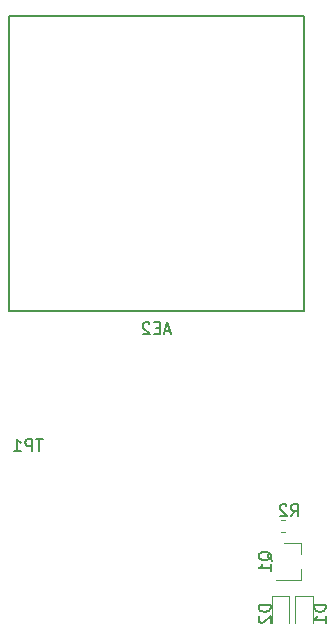
<source format=gbr>
%TF.GenerationSoftware,KiCad,Pcbnew,5.0.2+dfsg1-1*%
%TF.CreationDate,2021-01-30T01:57:09+03:00*%
%TF.ProjectId,LocalTrack,4c6f6361-6c54-4726-9163-6b2e6b696361,1.3*%
%TF.SameCoordinates,PX7270e00PY47868c0*%
%TF.FileFunction,Legend,Bot*%
%TF.FilePolarity,Positive*%
%FSLAX46Y46*%
G04 Gerber Fmt 4.6, Leading zero omitted, Abs format (unit mm)*
G04 Created by KiCad (PCBNEW 5.0.2+dfsg1-1) date Sat 30 Jan 2021 01:57:09 AM MSK*
%MOMM*%
%LPD*%
G01*
G04 APERTURE LIST*
%ADD10C,0.150000*%
%ADD11C,0.120000*%
%ADD12C,1.600000*%
%ADD13O,1.800000X1.800000*%
%ADD14R,1.800000X1.800000*%
%ADD15C,3.300000*%
%ADD16C,0.100000*%
%ADD17C,0.975000*%
%ADD18C,0.700000*%
%ADD19O,1.200000X1.900000*%
%ADD20R,1.000000X0.900000*%
%ADD21C,1.300000*%
%ADD22O,1.850000X1.300000*%
%ADD23R,1.900000X3.100000*%
G04 APERTURE END LIST*
D10*
X12500000Y-47000000D02*
X37500000Y-47000000D01*
X12500000Y-47000000D02*
X12500000Y-22000000D01*
X12500000Y-22000000D02*
X37500000Y-22000000D01*
X37500000Y-47000000D02*
X37500000Y-22000000D01*
D11*
X38235000Y-71115000D02*
X38235000Y-73400000D01*
X36765000Y-71115000D02*
X38235000Y-71115000D01*
X36765000Y-73400000D02*
X36765000Y-71115000D01*
X36235000Y-71115000D02*
X36235000Y-73400000D01*
X34765000Y-71115000D02*
X36235000Y-71115000D01*
X34765000Y-73400000D02*
X34765000Y-71115000D01*
X37260000Y-66620000D02*
X35800000Y-66620000D01*
X37260000Y-69780000D02*
X35100000Y-69780000D01*
X37260000Y-69780000D02*
X37260000Y-68850000D01*
X37260000Y-66620000D02*
X37260000Y-67550000D01*
X35537221Y-64690000D02*
X35862779Y-64690000D01*
X35537221Y-65710000D02*
X35862779Y-65710000D01*
D10*
X26166666Y-48666666D02*
X25690476Y-48666666D01*
X26261904Y-48952380D02*
X25928571Y-47952380D01*
X25595238Y-48952380D01*
X25261904Y-48428571D02*
X24928571Y-48428571D01*
X24785714Y-48952380D02*
X25261904Y-48952380D01*
X25261904Y-47952380D01*
X24785714Y-47952380D01*
X24404761Y-48047619D02*
X24357142Y-48000000D01*
X24261904Y-47952380D01*
X24023809Y-47952380D01*
X23928571Y-48000000D01*
X23880952Y-48047619D01*
X23833333Y-48142857D01*
X23833333Y-48238095D01*
X23880952Y-48380952D01*
X24452380Y-48952380D01*
X23833333Y-48952380D01*
X39352380Y-71861904D02*
X38352380Y-71861904D01*
X38352380Y-72100000D01*
X38400000Y-72242857D01*
X38495238Y-72338095D01*
X38590476Y-72385714D01*
X38780952Y-72433333D01*
X38923809Y-72433333D01*
X39114285Y-72385714D01*
X39209523Y-72338095D01*
X39304761Y-72242857D01*
X39352380Y-72100000D01*
X39352380Y-71861904D01*
X39352380Y-73385714D02*
X39352380Y-72814285D01*
X39352380Y-73100000D02*
X38352380Y-73100000D01*
X38495238Y-73004761D01*
X38590476Y-72909523D01*
X38638095Y-72814285D01*
X34652380Y-71861904D02*
X33652380Y-71861904D01*
X33652380Y-72100000D01*
X33700000Y-72242857D01*
X33795238Y-72338095D01*
X33890476Y-72385714D01*
X34080952Y-72433333D01*
X34223809Y-72433333D01*
X34414285Y-72385714D01*
X34509523Y-72338095D01*
X34604761Y-72242857D01*
X34652380Y-72100000D01*
X34652380Y-71861904D01*
X33747619Y-72814285D02*
X33700000Y-72861904D01*
X33652380Y-72957142D01*
X33652380Y-73195238D01*
X33700000Y-73290476D01*
X33747619Y-73338095D01*
X33842857Y-73385714D01*
X33938095Y-73385714D01*
X34080952Y-73338095D01*
X34652380Y-72766666D01*
X34652380Y-73385714D01*
X34747619Y-68104761D02*
X34700000Y-68009523D01*
X34604761Y-67914285D01*
X34461904Y-67771428D01*
X34414285Y-67676190D01*
X34414285Y-67580952D01*
X34652380Y-67628571D02*
X34604761Y-67533333D01*
X34509523Y-67438095D01*
X34319047Y-67390476D01*
X33985714Y-67390476D01*
X33795238Y-67438095D01*
X33700000Y-67533333D01*
X33652380Y-67628571D01*
X33652380Y-67819047D01*
X33700000Y-67914285D01*
X33795238Y-68009523D01*
X33985714Y-68057142D01*
X34319047Y-68057142D01*
X34509523Y-68009523D01*
X34604761Y-67914285D01*
X34652380Y-67819047D01*
X34652380Y-67628571D01*
X34652380Y-69009523D02*
X34652380Y-68438095D01*
X34652380Y-68723809D02*
X33652380Y-68723809D01*
X33795238Y-68628571D01*
X33890476Y-68533333D01*
X33938095Y-68438095D01*
X36366666Y-64352380D02*
X36700000Y-63876190D01*
X36938095Y-64352380D02*
X36938095Y-63352380D01*
X36557142Y-63352380D01*
X36461904Y-63400000D01*
X36414285Y-63447619D01*
X36366666Y-63542857D01*
X36366666Y-63685714D01*
X36414285Y-63780952D01*
X36461904Y-63828571D01*
X36557142Y-63876190D01*
X36938095Y-63876190D01*
X35985714Y-63447619D02*
X35938095Y-63400000D01*
X35842857Y-63352380D01*
X35604761Y-63352380D01*
X35509523Y-63400000D01*
X35461904Y-63447619D01*
X35414285Y-63542857D01*
X35414285Y-63638095D01*
X35461904Y-63780952D01*
X36033333Y-64352380D01*
X35414285Y-64352380D01*
X15361904Y-57852380D02*
X14790476Y-57852380D01*
X15076190Y-58852380D02*
X15076190Y-57852380D01*
X14457142Y-58852380D02*
X14457142Y-57852380D01*
X14076190Y-57852380D01*
X13980952Y-57900000D01*
X13933333Y-57947619D01*
X13885714Y-58042857D01*
X13885714Y-58185714D01*
X13933333Y-58280952D01*
X13980952Y-58328571D01*
X14076190Y-58376190D01*
X14457142Y-58376190D01*
X12933333Y-58852380D02*
X13504761Y-58852380D01*
X13219047Y-58852380D02*
X13219047Y-57852380D01*
X13314285Y-57995238D01*
X13409523Y-58090476D01*
X13504761Y-58138095D01*
%LPC*%
D12*
X25000000Y-37500000D03*
D13*
X45700000Y-44740000D03*
X45700000Y-47280000D03*
X45700000Y-49820000D03*
X45700000Y-52360000D03*
D14*
X45700000Y-54900000D03*
D15*
X5000000Y-62500000D03*
X45000000Y-62500000D03*
X45000000Y-12500000D03*
X5000000Y-12500000D03*
D16*
G36*
X37805142Y-72901174D02*
X37828803Y-72904684D01*
X37852007Y-72910496D01*
X37874529Y-72918554D01*
X37896153Y-72928782D01*
X37916670Y-72941079D01*
X37935883Y-72955329D01*
X37953607Y-72971393D01*
X37969671Y-72989117D01*
X37983921Y-73008330D01*
X37996218Y-73028847D01*
X38006446Y-73050471D01*
X38014504Y-73072993D01*
X38020316Y-73096197D01*
X38023826Y-73119858D01*
X38025000Y-73143750D01*
X38025000Y-73631250D01*
X38023826Y-73655142D01*
X38020316Y-73678803D01*
X38014504Y-73702007D01*
X38006446Y-73724529D01*
X37996218Y-73746153D01*
X37983921Y-73766670D01*
X37969671Y-73785883D01*
X37953607Y-73803607D01*
X37935883Y-73819671D01*
X37916670Y-73833921D01*
X37896153Y-73846218D01*
X37874529Y-73856446D01*
X37852007Y-73864504D01*
X37828803Y-73870316D01*
X37805142Y-73873826D01*
X37781250Y-73875000D01*
X37218750Y-73875000D01*
X37194858Y-73873826D01*
X37171197Y-73870316D01*
X37147993Y-73864504D01*
X37125471Y-73856446D01*
X37103847Y-73846218D01*
X37083330Y-73833921D01*
X37064117Y-73819671D01*
X37046393Y-73803607D01*
X37030329Y-73785883D01*
X37016079Y-73766670D01*
X37003782Y-73746153D01*
X36993554Y-73724529D01*
X36985496Y-73702007D01*
X36979684Y-73678803D01*
X36976174Y-73655142D01*
X36975000Y-73631250D01*
X36975000Y-73143750D01*
X36976174Y-73119858D01*
X36979684Y-73096197D01*
X36985496Y-73072993D01*
X36993554Y-73050471D01*
X37003782Y-73028847D01*
X37016079Y-73008330D01*
X37030329Y-72989117D01*
X37046393Y-72971393D01*
X37064117Y-72955329D01*
X37083330Y-72941079D01*
X37103847Y-72928782D01*
X37125471Y-72918554D01*
X37147993Y-72910496D01*
X37171197Y-72904684D01*
X37194858Y-72901174D01*
X37218750Y-72900000D01*
X37781250Y-72900000D01*
X37805142Y-72901174D01*
X37805142Y-72901174D01*
G37*
D17*
X37500000Y-73387500D03*
D16*
G36*
X37805142Y-71326174D02*
X37828803Y-71329684D01*
X37852007Y-71335496D01*
X37874529Y-71343554D01*
X37896153Y-71353782D01*
X37916670Y-71366079D01*
X37935883Y-71380329D01*
X37953607Y-71396393D01*
X37969671Y-71414117D01*
X37983921Y-71433330D01*
X37996218Y-71453847D01*
X38006446Y-71475471D01*
X38014504Y-71497993D01*
X38020316Y-71521197D01*
X38023826Y-71544858D01*
X38025000Y-71568750D01*
X38025000Y-72056250D01*
X38023826Y-72080142D01*
X38020316Y-72103803D01*
X38014504Y-72127007D01*
X38006446Y-72149529D01*
X37996218Y-72171153D01*
X37983921Y-72191670D01*
X37969671Y-72210883D01*
X37953607Y-72228607D01*
X37935883Y-72244671D01*
X37916670Y-72258921D01*
X37896153Y-72271218D01*
X37874529Y-72281446D01*
X37852007Y-72289504D01*
X37828803Y-72295316D01*
X37805142Y-72298826D01*
X37781250Y-72300000D01*
X37218750Y-72300000D01*
X37194858Y-72298826D01*
X37171197Y-72295316D01*
X37147993Y-72289504D01*
X37125471Y-72281446D01*
X37103847Y-72271218D01*
X37083330Y-72258921D01*
X37064117Y-72244671D01*
X37046393Y-72228607D01*
X37030329Y-72210883D01*
X37016079Y-72191670D01*
X37003782Y-72171153D01*
X36993554Y-72149529D01*
X36985496Y-72127007D01*
X36979684Y-72103803D01*
X36976174Y-72080142D01*
X36975000Y-72056250D01*
X36975000Y-71568750D01*
X36976174Y-71544858D01*
X36979684Y-71521197D01*
X36985496Y-71497993D01*
X36993554Y-71475471D01*
X37003782Y-71453847D01*
X37016079Y-71433330D01*
X37030329Y-71414117D01*
X37046393Y-71396393D01*
X37064117Y-71380329D01*
X37083330Y-71366079D01*
X37103847Y-71353782D01*
X37125471Y-71343554D01*
X37147993Y-71335496D01*
X37171197Y-71329684D01*
X37194858Y-71326174D01*
X37218750Y-71325000D01*
X37781250Y-71325000D01*
X37805142Y-71326174D01*
X37805142Y-71326174D01*
G37*
D17*
X37500000Y-71812500D03*
D16*
G36*
X35805142Y-72901174D02*
X35828803Y-72904684D01*
X35852007Y-72910496D01*
X35874529Y-72918554D01*
X35896153Y-72928782D01*
X35916670Y-72941079D01*
X35935883Y-72955329D01*
X35953607Y-72971393D01*
X35969671Y-72989117D01*
X35983921Y-73008330D01*
X35996218Y-73028847D01*
X36006446Y-73050471D01*
X36014504Y-73072993D01*
X36020316Y-73096197D01*
X36023826Y-73119858D01*
X36025000Y-73143750D01*
X36025000Y-73631250D01*
X36023826Y-73655142D01*
X36020316Y-73678803D01*
X36014504Y-73702007D01*
X36006446Y-73724529D01*
X35996218Y-73746153D01*
X35983921Y-73766670D01*
X35969671Y-73785883D01*
X35953607Y-73803607D01*
X35935883Y-73819671D01*
X35916670Y-73833921D01*
X35896153Y-73846218D01*
X35874529Y-73856446D01*
X35852007Y-73864504D01*
X35828803Y-73870316D01*
X35805142Y-73873826D01*
X35781250Y-73875000D01*
X35218750Y-73875000D01*
X35194858Y-73873826D01*
X35171197Y-73870316D01*
X35147993Y-73864504D01*
X35125471Y-73856446D01*
X35103847Y-73846218D01*
X35083330Y-73833921D01*
X35064117Y-73819671D01*
X35046393Y-73803607D01*
X35030329Y-73785883D01*
X35016079Y-73766670D01*
X35003782Y-73746153D01*
X34993554Y-73724529D01*
X34985496Y-73702007D01*
X34979684Y-73678803D01*
X34976174Y-73655142D01*
X34975000Y-73631250D01*
X34975000Y-73143750D01*
X34976174Y-73119858D01*
X34979684Y-73096197D01*
X34985496Y-73072993D01*
X34993554Y-73050471D01*
X35003782Y-73028847D01*
X35016079Y-73008330D01*
X35030329Y-72989117D01*
X35046393Y-72971393D01*
X35064117Y-72955329D01*
X35083330Y-72941079D01*
X35103847Y-72928782D01*
X35125471Y-72918554D01*
X35147993Y-72910496D01*
X35171197Y-72904684D01*
X35194858Y-72901174D01*
X35218750Y-72900000D01*
X35781250Y-72900000D01*
X35805142Y-72901174D01*
X35805142Y-72901174D01*
G37*
D17*
X35500000Y-73387500D03*
D16*
G36*
X35805142Y-71326174D02*
X35828803Y-71329684D01*
X35852007Y-71335496D01*
X35874529Y-71343554D01*
X35896153Y-71353782D01*
X35916670Y-71366079D01*
X35935883Y-71380329D01*
X35953607Y-71396393D01*
X35969671Y-71414117D01*
X35983921Y-71433330D01*
X35996218Y-71453847D01*
X36006446Y-71475471D01*
X36014504Y-71497993D01*
X36020316Y-71521197D01*
X36023826Y-71544858D01*
X36025000Y-71568750D01*
X36025000Y-72056250D01*
X36023826Y-72080142D01*
X36020316Y-72103803D01*
X36014504Y-72127007D01*
X36006446Y-72149529D01*
X35996218Y-72171153D01*
X35983921Y-72191670D01*
X35969671Y-72210883D01*
X35953607Y-72228607D01*
X35935883Y-72244671D01*
X35916670Y-72258921D01*
X35896153Y-72271218D01*
X35874529Y-72281446D01*
X35852007Y-72289504D01*
X35828803Y-72295316D01*
X35805142Y-72298826D01*
X35781250Y-72300000D01*
X35218750Y-72300000D01*
X35194858Y-72298826D01*
X35171197Y-72295316D01*
X35147993Y-72289504D01*
X35125471Y-72281446D01*
X35103847Y-72271218D01*
X35083330Y-72258921D01*
X35064117Y-72244671D01*
X35046393Y-72228607D01*
X35030329Y-72210883D01*
X35016079Y-72191670D01*
X35003782Y-72171153D01*
X34993554Y-72149529D01*
X34985496Y-72127007D01*
X34979684Y-72103803D01*
X34976174Y-72080142D01*
X34975000Y-72056250D01*
X34975000Y-71568750D01*
X34976174Y-71544858D01*
X34979684Y-71521197D01*
X34985496Y-71497993D01*
X34993554Y-71475471D01*
X35003782Y-71453847D01*
X35016079Y-71433330D01*
X35030329Y-71414117D01*
X35046393Y-71396393D01*
X35064117Y-71380329D01*
X35083330Y-71366079D01*
X35103847Y-71353782D01*
X35125471Y-71343554D01*
X35147993Y-71335496D01*
X35171197Y-71329684D01*
X35194858Y-71326174D01*
X35218750Y-71325000D01*
X35781250Y-71325000D01*
X35805142Y-71326174D01*
X35805142Y-71326174D01*
G37*
D17*
X35500000Y-71812500D03*
D18*
X34500000Y-70700000D03*
X38500000Y-70700000D03*
D19*
X32900000Y-72800000D03*
X32900000Y-69300000D03*
X40100000Y-72800000D03*
X40100000Y-69300000D03*
D20*
X37500000Y-68200000D03*
X35500000Y-67250000D03*
X35500000Y-69150000D03*
D16*
G36*
X36755142Y-64676174D02*
X36778803Y-64679684D01*
X36802007Y-64685496D01*
X36824529Y-64693554D01*
X36846153Y-64703782D01*
X36866670Y-64716079D01*
X36885883Y-64730329D01*
X36903607Y-64746393D01*
X36919671Y-64764117D01*
X36933921Y-64783330D01*
X36946218Y-64803847D01*
X36956446Y-64825471D01*
X36964504Y-64847993D01*
X36970316Y-64871197D01*
X36973826Y-64894858D01*
X36975000Y-64918750D01*
X36975000Y-65481250D01*
X36973826Y-65505142D01*
X36970316Y-65528803D01*
X36964504Y-65552007D01*
X36956446Y-65574529D01*
X36946218Y-65596153D01*
X36933921Y-65616670D01*
X36919671Y-65635883D01*
X36903607Y-65653607D01*
X36885883Y-65669671D01*
X36866670Y-65683921D01*
X36846153Y-65696218D01*
X36824529Y-65706446D01*
X36802007Y-65714504D01*
X36778803Y-65720316D01*
X36755142Y-65723826D01*
X36731250Y-65725000D01*
X36243750Y-65725000D01*
X36219858Y-65723826D01*
X36196197Y-65720316D01*
X36172993Y-65714504D01*
X36150471Y-65706446D01*
X36128847Y-65696218D01*
X36108330Y-65683921D01*
X36089117Y-65669671D01*
X36071393Y-65653607D01*
X36055329Y-65635883D01*
X36041079Y-65616670D01*
X36028782Y-65596153D01*
X36018554Y-65574529D01*
X36010496Y-65552007D01*
X36004684Y-65528803D01*
X36001174Y-65505142D01*
X36000000Y-65481250D01*
X36000000Y-64918750D01*
X36001174Y-64894858D01*
X36004684Y-64871197D01*
X36010496Y-64847993D01*
X36018554Y-64825471D01*
X36028782Y-64803847D01*
X36041079Y-64783330D01*
X36055329Y-64764117D01*
X36071393Y-64746393D01*
X36089117Y-64730329D01*
X36108330Y-64716079D01*
X36128847Y-64703782D01*
X36150471Y-64693554D01*
X36172993Y-64685496D01*
X36196197Y-64679684D01*
X36219858Y-64676174D01*
X36243750Y-64675000D01*
X36731250Y-64675000D01*
X36755142Y-64676174D01*
X36755142Y-64676174D01*
G37*
D17*
X36487500Y-65200000D03*
D16*
G36*
X35180142Y-64676174D02*
X35203803Y-64679684D01*
X35227007Y-64685496D01*
X35249529Y-64693554D01*
X35271153Y-64703782D01*
X35291670Y-64716079D01*
X35310883Y-64730329D01*
X35328607Y-64746393D01*
X35344671Y-64764117D01*
X35358921Y-64783330D01*
X35371218Y-64803847D01*
X35381446Y-64825471D01*
X35389504Y-64847993D01*
X35395316Y-64871197D01*
X35398826Y-64894858D01*
X35400000Y-64918750D01*
X35400000Y-65481250D01*
X35398826Y-65505142D01*
X35395316Y-65528803D01*
X35389504Y-65552007D01*
X35381446Y-65574529D01*
X35371218Y-65596153D01*
X35358921Y-65616670D01*
X35344671Y-65635883D01*
X35328607Y-65653607D01*
X35310883Y-65669671D01*
X35291670Y-65683921D01*
X35271153Y-65696218D01*
X35249529Y-65706446D01*
X35227007Y-65714504D01*
X35203803Y-65720316D01*
X35180142Y-65723826D01*
X35156250Y-65725000D01*
X34668750Y-65725000D01*
X34644858Y-65723826D01*
X34621197Y-65720316D01*
X34597993Y-65714504D01*
X34575471Y-65706446D01*
X34553847Y-65696218D01*
X34533330Y-65683921D01*
X34514117Y-65669671D01*
X34496393Y-65653607D01*
X34480329Y-65635883D01*
X34466079Y-65616670D01*
X34453782Y-65596153D01*
X34443554Y-65574529D01*
X34435496Y-65552007D01*
X34429684Y-65528803D01*
X34426174Y-65505142D01*
X34425000Y-65481250D01*
X34425000Y-64918750D01*
X34426174Y-64894858D01*
X34429684Y-64871197D01*
X34435496Y-64847993D01*
X34443554Y-64825471D01*
X34453782Y-64803847D01*
X34466079Y-64783330D01*
X34480329Y-64764117D01*
X34496393Y-64746393D01*
X34514117Y-64730329D01*
X34533330Y-64716079D01*
X34553847Y-64703782D01*
X34575471Y-64693554D01*
X34597993Y-64685496D01*
X34621197Y-64679684D01*
X34644858Y-64676174D01*
X34668750Y-64675000D01*
X35156250Y-64675000D01*
X35180142Y-64676174D01*
X35180142Y-64676174D01*
G37*
D17*
X34912500Y-65200000D03*
D16*
G36*
X5981104Y-51651302D02*
X6007352Y-51655196D01*
X6033093Y-51661643D01*
X6058078Y-51670583D01*
X6082066Y-51681928D01*
X6104826Y-51695571D01*
X6126140Y-51711378D01*
X6145802Y-51729198D01*
X6163622Y-51748860D01*
X6179429Y-51770174D01*
X6193072Y-51792934D01*
X6204417Y-51816922D01*
X6213357Y-51841907D01*
X6219804Y-51867648D01*
X6223698Y-51893896D01*
X6225000Y-51920400D01*
X6225000Y-52679600D01*
X6223698Y-52706104D01*
X6219804Y-52732352D01*
X6213357Y-52758093D01*
X6204417Y-52783078D01*
X6193072Y-52807066D01*
X6179429Y-52829826D01*
X6163622Y-52851140D01*
X6145802Y-52870802D01*
X6126140Y-52888622D01*
X6104826Y-52904429D01*
X6082066Y-52918072D01*
X6058078Y-52929417D01*
X6033093Y-52938357D01*
X6007352Y-52944804D01*
X5981104Y-52948698D01*
X5954600Y-52950000D01*
X4645400Y-52950000D01*
X4618896Y-52948698D01*
X4592648Y-52944804D01*
X4566907Y-52938357D01*
X4541922Y-52929417D01*
X4517934Y-52918072D01*
X4495174Y-52904429D01*
X4473860Y-52888622D01*
X4454198Y-52870802D01*
X4436378Y-52851140D01*
X4420571Y-52829826D01*
X4406928Y-52807066D01*
X4395583Y-52783078D01*
X4386643Y-52758093D01*
X4380196Y-52732352D01*
X4376302Y-52706104D01*
X4375000Y-52679600D01*
X4375000Y-51920400D01*
X4376302Y-51893896D01*
X4380196Y-51867648D01*
X4386643Y-51841907D01*
X4395583Y-51816922D01*
X4406928Y-51792934D01*
X4420571Y-51770174D01*
X4436378Y-51748860D01*
X4454198Y-51729198D01*
X4473860Y-51711378D01*
X4495174Y-51695571D01*
X4517934Y-51681928D01*
X4541922Y-51670583D01*
X4566907Y-51661643D01*
X4592648Y-51655196D01*
X4618896Y-51651302D01*
X4645400Y-51650000D01*
X5954600Y-51650000D01*
X5981104Y-51651302D01*
X5981104Y-51651302D01*
G37*
D21*
X5300000Y-52300000D03*
D22*
X5300000Y-54300000D03*
D23*
X15300000Y-60800000D03*
X12800000Y-60800000D03*
M02*

</source>
